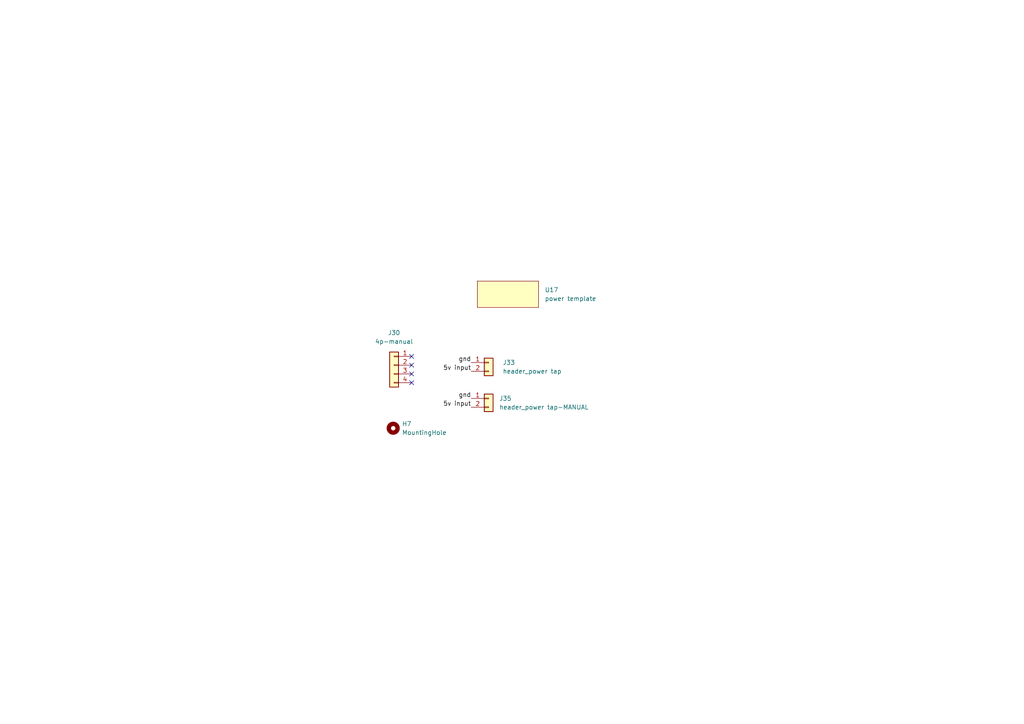
<source format=kicad_sch>
(kicad_sch (version 20211123) (generator eeschema)
  (paper "A4")
  (lib_symbols
    (symbol "Connector_Generic:Conn_01x02" (pin_names (offset 1.016) hide)
      (property "Reference" "J" (at 0 2.54 0))
      (property "Value" "Conn_01x02" (at 0 -5.08 0))
      (symbol "Conn_01x02_1_1"
        (rectangle (start -1.27 -2.413) (end 0 -2.667) (stroke (width 0.1524)))
        (rectangle (start -1.27 0.127) (end 0 -0.127) (stroke (width 0.1524)))
        (rectangle (start -1.27 1.27) (end 1.27 -3.81) (stroke (width 0.254)) (fill (type background)))
        (pin passive line (at -5.08 0 0) (length 3.81) (name "Pin_1") (number "1"))
        (pin passive line (at -5.08 -2.54 0) (length 3.81) (name "Pin_2") (number "2"))
      )
    )
    (symbol "Connector_Generic:Conn_01x04" (pin_names (offset 1.016) hide)
      (property "Reference" "J" (at 0 5.08 0))
      (property "Value" "Conn_01x04" (at 0 -7.62 0))
      (symbol "Conn_01x04_1_1"
        (rectangle (start -1.27 -4.953) (end 0 -5.207) (stroke (width 0.1524)))
        (rectangle (start -1.27 -2.413) (end 0 -2.667) (stroke (width 0.1524)))
        (rectangle (start -1.27 0.127) (end 0 -0.127) (stroke (width 0.1524)))
        (rectangle (start -1.27 2.667) (end 0 2.413) (stroke (width 0.1524)))
        (rectangle (start -1.27 3.81) (end 1.27 -6.35) (stroke (width 0.254)) (fill (type background)))
        (pin passive line (at -5.08 2.54 0) (length 3.81) (name "Pin_1") (number "1"))
        (pin passive line (at -5.08 0 0) (length 3.81) (name "Pin_2") (number "2"))
        (pin passive line (at -5.08 -2.54 0) (length 3.81) (name "Pin_3") (number "3"))
        (pin passive line (at -5.08 -5.08 0) (length 3.81) (name "Pin_4") (number "4"))
      )
    )
    (symbol "Mechanical:MountingHole" (pin_names (offset 1.016))
      (property "Reference" "H" (at 0 5.08 0))
      (property "Value" "MountingHole" (at 0 3.175 0))
      (symbol "MountingHole_0_1"
        (circle (center 0 0) (radius 1.27) (stroke (width 1.27)))
      )
    )
    (symbol "clarinoid2:Placeholder" (in_bom no)
      (property "Reference" "U" (at 0 0 0))
      (property "Value" "Placeholder" (at 0 -1.27 0))
      (symbol "Placeholder_0_1"
        (rectangle (start -8.89 2.54) (end 8.89 -5.08) (fill (type background)))
      )
    )
  )
  (no_connect (at 119.38 108.458))
  (no_connect (at 119.38 105.918))
  (no_connect (at 119.38 110.998))
  (no_connect (at 119.38 103.378))
  (label "5v input" (at 136.652 107.696 180))
  (label "gnd" (at 136.652 105.156 180))
  (label "gnd" (at 136.652 115.57 180))
  (label "5v input" (at 136.652 118.11 180))
  (symbol (lib_id "Connector_Generic:Conn_01x02") (at 141.732 105.156 0) (unit 1)
    (property "Reference" "J33" (at 145.796 105.1559 0) (effects (justify left)))
    (property "Value" "header_power tap" (at 145.796 107.6959 0) (effects (justify left)))
    (property "Footprint" "Connector_PinSocket_2.54mm:PinSocket_1x02_P2.54mm_Vertical" (effects hide))
    (property "LCSC part number" "C49661" (effects hide))
    (property "verif" "1" (effects hide))
    (property "LCSC" "C49661" (effects hide))
  )
  (symbol (lib_id "clarinoid2:Placeholder") (at 147.32 84.074 0) (unit 1) (in_bom no)
    (property "Reference" "U17" (at 157.988 84.0739 0) (effects (justify left)))
    (property "Value" "power template" (at 157.988 86.6139 0) (effects (justify left)))
    (property "Footprint" "clarinoid2:dev board power board template" (effects hide))
    (property "verif" "1" (effects hide))
  )
  (symbol (lib_id "Connector_Generic:Conn_01x04") (at 114.3 105.918 0) (mirror y) (unit 1) (in_bom no)
    (property "Reference" "J30" (at 114.3 96.52 0))
    (property "Value" "4p-manual" (at 114.3 99.06 0))
    (property "Footprint" "Connector_PinHeader_2.54mm:PinHeader_1x04_P2.54mm_Vertical" (effects hide))
    (property "verif" "1" (effects hide))
  )
  (symbol (lib_id "Mechanical:MountingHole") (at 114.046 124.206 0) (unit 1)
    (property "Reference" "H7" (at 116.586 122.9359 0) (effects (justify left)))
    (property "Value" "MountingHole" (at 116.586 125.4759 0) (effects (justify left)))
    (property "Footprint" "MountingHole:MountingHole_3.2mm_M3" (effects hide))
    (property "MANUFACTURER" "Wurth" (effects hide))
    (property "verif" "1" (effects hide))
  )
  (symbol (lib_id "Connector_Generic:Conn_01x02") (at 141.732 115.57 0) (unit 1) (in_bom no)
    (property "Reference" "J35" (at 144.78 115.5699 0) (effects (justify left)))
    (property "Value" "header_power tap-MANUAL" (at 144.78 118.1099 0) (effects (justify left)))
    (property "Footprint" "Connector_PinHeader_2.54mm:PinHeader_1x02_P2.54mm_Vertical" (effects hide))
    (property "verif" "1" (effects hide))
  )
)
</source>
